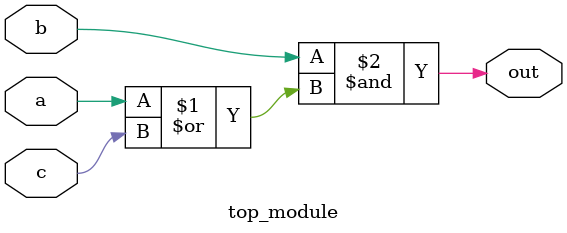
<source format=sv>
module top_module(
	input a, 
	input b,
	input c,
	output out
);
	// Implement the circuit described by the Karnaugh map below.
	//        a
	// bc   0 1 
	//  00 | 0 | 1 |
	//  01 | 1 | 1 | 
	//  11 | 1 | 1 | 
	//  10 | 1 | 1 | 
	
	assign out = (b & (a | c));

endmodule

</source>
